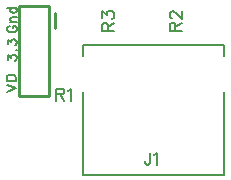
<source format=gto>
G04 DipTrace 3.0.0.2*
G04 WellMonitorSingle.gto*
%MOIN*%
G04 #@! TF.FileFunction,Legend,Top*
G04 #@! TF.Part,Single*
%ADD10C,0.009843*%
%ADD16C,0.008*%
%ADD39C,0.006176*%
%ADD41C,0.007*%
%FSLAX26Y26*%
G04*
G70*
G90*
G75*
G01*
G04 TopSilk*
%LPD*%
X564940Y918130D2*
D10*
Y969272D1*
X657496Y863977D2*
D16*
X1129906D1*
X657496Y430914D2*
Y706504D1*
Y863977D2*
Y824622D1*
Y430914D2*
X1129906D1*
Y706504D1*
Y863977D2*
Y824622D1*
X443701Y993701D2*
D10*
X543701D1*
Y693701D1*
X443701D2*
X543701D1*
X443701Y993701D2*
Y693701D1*
X883095Y504067D2*
D39*
Y473470D1*
X881193Y467722D1*
X879248Y465821D1*
X875445Y463875D1*
X871598D1*
X867796Y465821D1*
X865895Y467722D1*
X863949Y473470D1*
Y477272D1*
X895446Y496374D2*
X899293Y498319D1*
X905041Y504023D1*
Y463875D1*
X569331Y697997D2*
X586530D1*
X592278Y699942D1*
X594224Y701843D1*
X596125Y705646D1*
Y709493D1*
X594224Y713295D1*
X592278Y715241D1*
X586530Y717142D1*
X569331D1*
Y676950D1*
X582728Y697997D2*
X596125Y676950D1*
X608477Y709448D2*
X612323Y711394D1*
X618071Y717098D1*
Y676950D1*
X966276Y910731D2*
Y927931D1*
X964330Y933679D1*
X962429Y935624D1*
X958627Y937525D1*
X954780D1*
X950977Y935624D1*
X949032Y933679D1*
X947130Y927931D1*
Y910731D1*
X987322D1*
X966276Y924128D2*
X987322Y937525D1*
X956725Y951822D2*
X954824D1*
X950977Y953724D1*
X949076Y955625D1*
X947175Y959472D1*
Y967121D1*
X949076Y970923D1*
X950977Y972825D1*
X954824Y974770D1*
X958627D1*
X962473Y972825D1*
X968177Y969022D1*
X987322Y949877D1*
Y976671D1*
X741276Y910731D2*
Y927931D1*
X739330Y933679D1*
X737429Y935624D1*
X733627Y937525D1*
X729780D1*
X725977Y935624D1*
X724032Y933679D1*
X722130Y927931D1*
Y910731D1*
X762322D1*
X741276Y924128D2*
X762322Y937525D1*
X722175Y953724D2*
Y974726D1*
X737473Y963274D1*
Y969022D1*
X739375Y972825D1*
X741276Y974726D1*
X747024Y976671D1*
X750826D1*
X756574Y974726D1*
X760421Y970923D1*
X762322Y965175D1*
Y959427D1*
X760421Y953723D1*
X758476Y951822D1*
X754673Y949877D1*
X413837Y925795D2*
D41*
X410986Y924369D1*
X408101Y921484D1*
X406675Y918632D1*
Y912895D1*
X408100Y910010D1*
X410986Y907158D1*
X413837Y905699D1*
X418148Y904273D1*
X425345D1*
X429622Y905699D1*
X432508Y907158D1*
X435359Y910010D1*
X436819Y912895D1*
Y918632D1*
X435359Y921484D1*
X432508Y924369D1*
X429622Y925795D1*
X425345D1*
Y918632D1*
X416723Y939795D2*
X436819D1*
X422460D2*
X418149Y944106D1*
X416723Y946991D1*
Y951269D1*
X418149Y954154D1*
X422460Y955580D1*
X436819D1*
X406675Y986791D2*
X436819D1*
X421034D2*
X418148Y983939D1*
X416723Y981054D1*
Y976743D1*
X418149Y973891D1*
X421034Y971006D1*
X425345Y969580D1*
X428196D1*
X432508Y971006D1*
X435359Y973891D1*
X436819Y976743D1*
Y981054D1*
X435359Y983939D1*
X432508Y986791D1*
X407597Y813430D2*
Y829182D1*
X419071Y820593D1*
Y824904D1*
X420497Y827756D1*
X421923Y829182D1*
X426234Y830641D1*
X429086D1*
X433397Y829182D1*
X436282Y826330D1*
X437708Y822019D1*
Y817708D1*
X436282Y813430D1*
X434823Y812004D1*
X431971Y810545D1*
X434823Y846067D2*
X436282Y844641D1*
X437708Y846067D1*
X436282Y847526D1*
X434823Y846067D1*
X407597Y864411D2*
Y880163D1*
X419071Y871574D1*
Y875885D1*
X420497Y878737D1*
X421923Y880163D1*
X426234Y881622D1*
X429086D1*
X433397Y880163D1*
X436282Y877311D1*
X437708Y873000D1*
Y868689D1*
X436282Y864411D1*
X434823Y862985D1*
X431971Y861526D1*
X403659Y706809D2*
X433803Y718283D1*
X403659Y729757D1*
Y743757D2*
X433803D1*
Y753805D1*
X432344Y758116D1*
X429492Y761001D1*
X426607Y762427D1*
X422329Y763853D1*
X415133D1*
X410822Y762427D1*
X407970Y761001D1*
X405085Y758116D1*
X403659Y753805D1*
Y743757D1*
M02*

</source>
